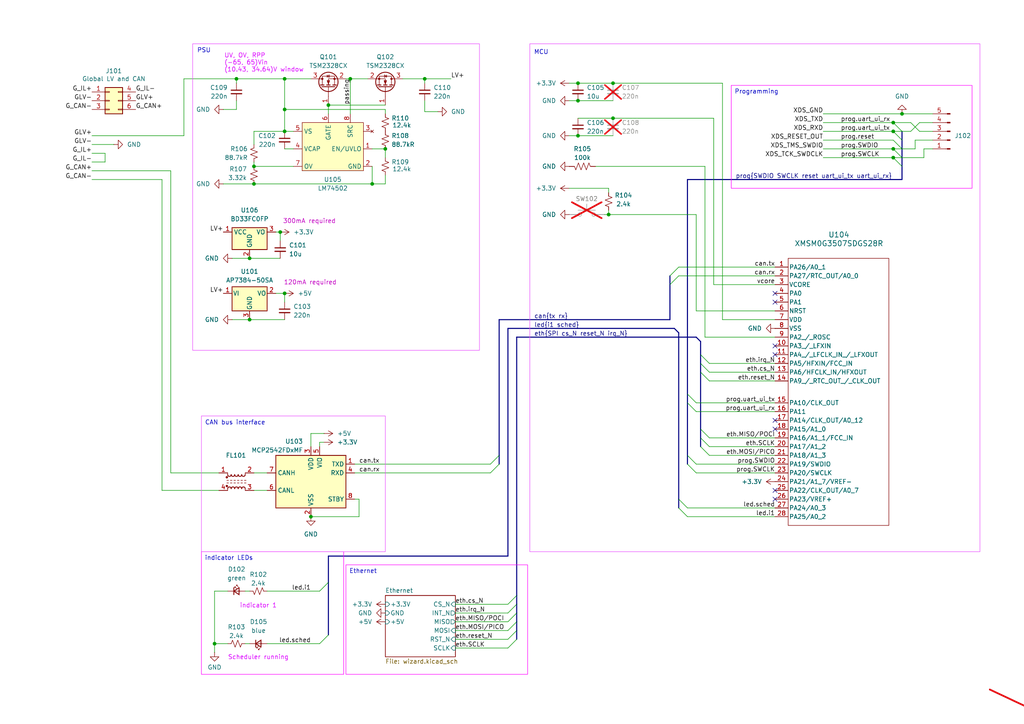
<source format=kicad_sch>
(kicad_sch (version 20250114) (generator "eeschema") (generator_version "9.0")
  (paper "A4")
  (title_block (title "BeeMS Master Board (A)") (date "2026-01-08") (rev "1.1") (company "UTA Racing") (comment 1 "Files at github.com/Gregification/BeeMS"))
  (bus_alias "SPI" (members "SCLK" "MISO/POCI" "MOSI/PICO"))
  (rectangle (start 58.42 120.65) (end 111.76 160.02) (stroke (width 0) (color 234 84 255 1)))
  (rectangle (start 153.67 12.7) (end 284.226 160.02) (stroke (width 0) (color 234 84 255 1)))
  (rectangle (start 55.88 12.7) (end 139.065 101.6) (stroke (width 0) (color 234 84 255 1)))
  (text "120mA required" (at 82.296 82.804 0) (effects (font (size 1.27 1.27)) (justify left bottom)))
  (text "indicator 1" (at 74.93 175.768 0) (effects (font (size 1.27 1.27))))
  (text "Scheduler running" (at 74.93 190.754 0) (effects (font (size 1.27 1.27))))
  (text "UV, OV, RPP\n(-65, 65)Vin\n(10.43, 34.64)V window" (at 65.024 18.288 0) (effects (font (size 1.27 1.27)) (justify left)))
  (text "PSU" (at 57.15 14.732 0) (effects (font (size 1.27 1.27)) (justify left)))
  (text "CAN bus interface" (at 59.436 122.682 0) (effects (font (size 1.27 1.27)) (justify left)))
  (text "300mA required" (at 82.042 65.024 0) (effects (font (size 1.27 1.27)) (justify left bottom)))
  (text "MCU" (at 156.972 15.24 0) (effects (font (size 1.27 1.27))))
  (text_box "indicator LEDs" (at 58.42 160.02 0) (size 41.275 35.56) (margins 0.9525 0.9525 0.9525 0.9525) (stroke (width 0) (color 255 0 255 1)) (effects (font (size 1.27 1.27)) (justify left top)))
  (text_box "Ethernet" (at 100.33 163.83 0) (size 52.705 31.75) (margins 0.9525 0.9525 0.9525 0.9525) (stroke (width 0) (color 255 0 255 1)) (effects (font (size 1.27 1.27)) (justify left top)))
  (text_box "Programming" (at 212.09 24.765 0) (size 69.85 29.845) (margins 0.9525 0.9525 0.9525 0.9525) (stroke (width 0) (color 255 0 255 1)) (effects (font (size 1.27 1.27)) (justify left top)))
  (junction (at 259.08 45.72))
  (junction (at 73.66 48.26))
  (junction (at 177.8 34.29))
  (junction (at 90.17 149.86))
  (junction (at 167.64 29.21))
  (junction (at 259.08 43.18))
  (junction (at 72.39 92.71))
  (junction (at 101.6 22.86))
  (junction (at 261.62 33.02))
  (junction (at 68.58 22.86))
  (junction (at 123.19 22.86))
  (junction (at 82.55 85.09))
  (junction (at 107.95 53.34))
  (junction (at 72.39 74.93))
  (junction (at 82.55 22.86))
  (junction (at 177.8 24.13))
  (junction (at 176.53 62.23))
  (junction (at 62.23 186.69))
  (junction (at 167.64 39.37))
  (junction (at 95.25 30.48))
  (junction (at 111.76 43.18))
  (junction (at 259.08 35.56))
  (junction (at 73.66 53.34))
  (junction (at 259.08 38.1))
  (junction (at 167.64 24.13))
  (junction (at 82.55 31.75))
  (junction (at 82.55 38.1))
  (junction (at 81.28 67.31))
  (no_connect (at 224.79 87.63))
  (no_connect (at 224.79 100.33))
  (no_connect (at 224.79 142.24))
  (no_connect (at 224.79 102.87))
  (no_connect (at 224.79 85.09))
  (no_connect (at 224.79 144.78))
  (no_connect (at 224.79 124.46))
  (no_connect (at 224.79 121.92))
  (bus_entry (at 144.78 134.62) (size -2.54 2.54))
  (bus_entry (at 203.2 129.54) (size 2.54 2.54))
  (bus_entry (at 196.85 144.78) (size 2.54 2.54))
  (bus_entry (at 149.86 180.34) (size -2.54 2.54))
  (bus_entry (at 203.2 107.95) (size 2.54 2.54))
  (bus_entry (at 203.2 102.87) (size 2.54 2.54))
  (bus_entry (at 199.39 134.62) (size 2.54 2.54))
  (bus_entry (at 199.39 114.3) (size 2.54 2.54))
  (bus_entry (at 194.31 82.55) (size 2.54 -2.54))
  (bus_entry (at 203.2 124.46) (size 2.54 2.54))
  (bus_entry (at 196.85 147.32) (size 2.54 2.54))
  (bus_entry (at 199.39 132.08) (size 2.54 2.54))
  (bus_entry (at 261.62 48.26) (size -2.54 -2.54))
  (bus_entry (at 95.25 168.91) (size -2.54 2.54))
  (bus_entry (at 144.78 132.08) (size -2.54 2.54))
  (bus_entry (at 261.62 38.1) (size -2.54 -2.54))
  (bus_entry (at 203.2 105.41) (size 2.54 2.54))
  (bus_entry (at 149.86 177.8) (size -2.54 2.54))
  (bus_entry (at 199.39 116.84) (size 2.54 2.54))
  (bus_entry (at 261.62 40.64) (size -2.54 -2.54))
  (bus_entry (at 149.86 172.72) (size -2.54 2.54))
  (bus_entry (at 149.86 175.26) (size -2.54 2.54))
  (bus_entry (at 149.86 185.42) (size -2.54 2.54))
  (bus_entry (at 261.62 45.72) (size -2.54 -2.54))
  (bus_entry (at 95.25 184.15) (size -2.54 2.54))
  (bus_entry (at 149.86 182.88) (size -2.54 2.54))
  (bus_entry (at 261.62 43.18) (size -2.54 -2.54))
  (bus_entry (at 203.2 127) (size 2.54 2.54))
  (bus_entry (at 194.31 80.01) (size 2.54 -2.54))
  (wire (pts (xy 53.34 22.86) (xy 68.58 22.86)))
  (wire (pts (xy 175.26 62.23) (xy 176.53 62.23)))
  (wire (pts (xy 267.97 45.72) (xy 267.97 43.18)))
  (wire (pts (xy 46.99 52.07) (xy 46.99 142.24)))
  (wire (pts (xy 132.08 185.42) (xy 147.32 185.42)))
  (wire (pts (xy 205.74 132.08) (xy 224.79 132.08)))
  (wire (pts (xy 270.51 38.1) (xy 266.7 38.1)))
  (wire (pts (xy 261.62 33.02) (xy 270.51 33.02)))
  (wire (pts (xy 67.31 74.93) (xy 72.39 74.93)))
  (bus (pts (xy 149.86 97.79) (xy 201.93 97.79)))
  (wire (pts (xy 67.31 92.71) (xy 72.39 92.71)))
  (wire (pts (xy 64.77 31.75) (xy 68.58 31.75)))
  (wire (pts (xy 201.93 90.17) (xy 224.79 90.17)))
  (wire (pts (xy 265.43 43.18) (xy 261.62 43.18)))
  (wire (pts (xy 205.74 107.95) (xy 224.79 107.95)))
  (bus (pts (xy 199.39 52.07) (xy 199.39 114.3)))
  (bus (pts (xy 95.25 161.29) (xy 95.25 168.91)))
  (bus (pts (xy 199.39 116.84) (xy 199.39 132.08)))
  (wire (pts (xy 238.76 45.72) (xy 259.08 45.72)))
  (wire (pts (xy 100.33 22.86) (xy 101.6 22.86)))
  (bus (pts (xy 261.62 48.26) (xy 261.62 52.07)))
  (wire (pts (xy 111.76 31.75) (xy 111.76 33.02)))
  (wire (pts (xy 127 32.385) (xy 123.19 32.385)))
  (bus (pts (xy 199.39 132.08) (xy 199.39 134.62)))
  (wire (pts (xy 82.55 38.1) (xy 85.09 38.1)))
  (wire (pts (xy 92.71 128.27) (xy 92.71 129.54)))
  (wire (pts (xy 201.93 137.16) (xy 224.79 137.16)))
  (wire (pts (xy 261.62 45.72) (xy 267.97 45.72)))
  (wire (pts (xy 238.76 35.56) (xy 259.08 35.56)))
  (wire (pts (xy 90.17 125.73) (xy 90.17 129.54)))
  (wire (pts (xy 177.8 34.29) (xy 207.01 34.29)))
  (wire (pts (xy 104.14 144.78) (xy 104.14 149.86)))
  (wire (pts (xy 199.39 149.86) (xy 224.79 149.86)))
  (wire (pts (xy 167.64 34.29) (xy 177.8 34.29)))
  (wire (pts (xy 205.74 127) (xy 224.79 127)))
  (wire (pts (xy 209.55 24.13) (xy 209.55 92.71)))
  (wire (pts (xy 73.66 48.26) (xy 85.09 48.26)))
  (bus (pts (xy 195.58 95.25) (xy 196.85 96.52)))
  (bus (pts (xy 144.78 134.62) (xy 144.78 132.08)))
  (wire (pts (xy 132.08 177.8) (xy 147.32 177.8)))
  (wire (pts (xy 261.62 43.18) (xy 259.08 43.18)))
  (wire (pts (xy 68.58 22.86) (xy 82.55 22.86)))
  (wire (pts (xy 82.55 85.09) (xy 80.01 85.09)))
  (wire (pts (xy 26.67 41.91) (xy 33.02 41.91)))
  (wire (pts (xy 82.55 31.75) (xy 82.55 38.1)))
  (wire (pts (xy 72.39 92.71) (xy 82.55 92.71)))
  (bus (pts (xy 95.25 161.29) (xy 147.32 161.29)))
  (wire (pts (xy 26.67 39.37) (xy 53.34 39.37)))
  (bus (pts (xy 261.62 43.18) (xy 261.62 45.72)))
  (wire (pts (xy 66.04 186.69) (xy 62.23 186.69)))
  (wire (pts (xy 90.17 149.86) (xy 104.14 149.86)))
  (wire (pts (xy 201.93 119.38) (xy 224.79 119.38)))
  (bus (pts (xy 199.39 114.3) (xy 199.39 116.84)))
  (wire (pts (xy 209.55 92.71) (xy 224.79 92.71)))
  (wire (pts (xy 95.25 30.48) (xy 111.76 30.48)))
  (wire (pts (xy 26.67 44.45) (xy 30.48 44.45)))
  (wire (pts (xy 26.67 46.99) (xy 30.48 46.99)))
  (wire (pts (xy 104.14 144.78) (xy 102.87 144.78)))
  (wire (pts (xy 116.84 22.86) (xy 123.19 22.86)))
  (wire (pts (xy 172.72 48.26) (xy 204.47 48.26)))
  (bus (pts (xy 261.62 38.1) (xy 261.62 40.64)))
  (wire (pts (xy 111.76 43.18) (xy 111.76 45.72)))
  (bus (pts (xy 203.2 107.95) (xy 203.2 124.46)))
  (wire (pts (xy 123.19 22.86) (xy 123.19 24.13)))
  (wire (pts (xy 205.74 105.41) (xy 224.79 105.41)))
  (wire (pts (xy 176.53 54.61) (xy 165.1 54.61)))
  (wire (pts (xy 73.66 38.1) (xy 73.66 41.91)))
  (wire (pts (xy 238.76 38.1) (xy 259.08 38.1)))
  (wire (pts (xy 204.47 97.79) (xy 224.79 97.79)))
  (bus (pts (xy 194.31 82.55) (xy 194.31 80.01)))
  (bus (pts (xy 203.2 102.87) (xy 203.2 105.41)))
  (wire (pts (xy 270.51 40.64) (xy 265.43 40.64)))
  (wire (pts (xy 111.76 50.8) (xy 111.76 53.34)))
  (wire (pts (xy 107.95 53.34) (xy 107.95 48.26)))
  (wire (pts (xy 132.08 187.96) (xy 147.32 187.96)))
  (wire (pts (xy 64.77 53.34) (xy 73.66 53.34)))
  (wire (pts (xy 167.64 29.21) (xy 177.8 29.21)))
  (wire (pts (xy 73.66 137.16) (xy 77.47 137.16)))
  (wire (pts (xy 107.95 53.34) (xy 111.76 53.34)))
  (wire (pts (xy 92.71 128.27) (xy 93.98 128.27)))
  (wire (pts (xy 73.66 38.1) (xy 82.55 38.1)))
  (wire (pts (xy 53.34 22.86) (xy 53.34 39.37)))
  (wire (pts (xy 72.39 74.93) (xy 81.28 74.93)))
  (wire (pts (xy 62.23 171.45) (xy 62.23 186.69)))
  (wire (pts (xy 205.74 110.49) (xy 224.79 110.49)))
  (wire (pts (xy 167.64 24.13) (xy 177.8 24.13)))
  (bus (pts (xy 194.31 92.71) (xy 194.31 82.55)))
  (wire (pts (xy 49.53 49.53) (xy 49.53 137.16)))
  (wire (pts (xy 71.12 171.45) (xy 72.39 171.45)))
  (wire (pts (xy 66.04 171.45) (xy 62.23 171.45)))
  (wire (pts (xy 101.6 22.86) (xy 106.68 22.86)))
  (wire (pts (xy 201.93 116.84) (xy 224.79 116.84)))
  (bus (pts (xy 149.86 97.79) (xy 149.86 172.72)))
  (wire (pts (xy 238.76 43.18) (xy 259.08 43.18)))
  (bus (pts (xy 147.32 161.29) (xy 147.32 95.25)))
  (bus (pts (xy 95.25 168.91) (xy 95.25 184.15)))
  (bus (pts (xy 149.86 182.88) (xy 149.86 185.42)))
  (wire (pts (xy 201.93 62.23) (xy 176.53 62.23)))
  (wire (pts (xy 165.1 29.21) (xy 167.64 29.21)))
  (bus (pts (xy 201.93 97.79) (xy 203.2 99.06)))
  (wire (pts (xy 93.98 125.73) (xy 90.17 125.73)))
  (wire (pts (xy 49.53 137.16) (xy 63.5 137.16)))
  (wire (pts (xy 204.47 48.26) (xy 204.47 97.79)))
  (wire (pts (xy 92.71 171.45) (xy 77.47 171.45)))
  (wire (pts (xy 132.08 182.88) (xy 147.32 182.88)))
  (wire (pts (xy 102.87 134.62) (xy 142.24 134.62)))
  (wire (pts (xy 238.76 33.02) (xy 261.62 33.02)))
  (wire (pts (xy 80.01 67.31) (xy 81.28 67.31)))
  (wire (pts (xy 72.39 186.69) (xy 71.12 186.69)))
  (wire (pts (xy 123.19 29.21) (xy 123.19 32.385)))
  (wire (pts (xy 259.08 35.56) (xy 264.16 35.56)))
  (wire (pts (xy 82.55 87.63) (xy 82.55 85.09)))
  (wire (pts (xy 102.87 137.16) (xy 142.24 137.16)))
  (bus (pts (xy 144.78 92.71) (xy 144.78 132.08)))
  (wire (pts (xy 95.25 30.48) (xy 95.25 33.02)))
  (wire (pts (xy 46.99 142.24) (xy 63.5 142.24)))
  (wire (pts (xy 165.1 24.13) (xy 167.64 24.13)))
  (wire (pts (xy 77.47 186.69) (xy 92.71 186.69)))
  (wire (pts (xy 30.48 46.99) (xy 30.48 44.45)))
  (wire (pts (xy 62.23 189.23) (xy 62.23 186.69)))
  (wire (pts (xy 176.53 60.96) (xy 176.53 62.23)))
  (wire (pts (xy 26.67 49.53) (xy 49.53 49.53)))
  (wire (pts (xy 82.55 22.86) (xy 90.17 22.86)))
  (wire (pts (xy 81.28 67.31) (xy 81.28 69.85)))
  (wire (pts (xy 101.6 22.86) (xy 101.6 33.02)))
  (wire (pts (xy 107.95 43.18) (xy 111.76 43.18)))
  (bus (pts (xy 199.39 52.07) (xy 261.62 52.07)))
  (wire (pts (xy 196.85 80.01) (xy 224.79 80.01)))
  (bus (pts (xy 203.2 127) (xy 203.2 129.54)))
  (wire (pts (xy 199.39 147.32) (xy 224.79 147.32)))
  (bus (pts (xy 149.86 175.26) (xy 149.86 172.72)))
  (wire (pts (xy 165.1 39.37) (xy 167.64 39.37)))
  (wire (pts (xy 207.01 82.55) (xy 207.01 34.29)))
  (wire (pts (xy 177.8 24.13) (xy 209.55 24.13)))
  (wire (pts (xy 82.55 43.18) (xy 85.09 43.18)))
  (wire (pts (xy 167.64 39.37) (xy 177.8 39.37)))
  (bus (pts (xy 261.62 40.64) (xy 261.62 43.18)))
  (wire (pts (xy 267.97 43.18) (xy 270.51 43.18)))
  (bus (pts (xy 149.86 177.8) (xy 149.86 175.26)))
  (wire (pts (xy 266.7 38.1) (xy 264.16 35.56)))
  (wire (pts (xy 196.85 77.47) (xy 224.79 77.47)))
  (wire (pts (xy 132.08 180.34) (xy 147.32 180.34)))
  (wire (pts (xy 261.62 38.1) (xy 264.16 38.1)))
  (bus (pts (xy 196.85 144.78) (xy 196.85 147.32)))
  (wire (pts (xy 82.55 22.86) (xy 82.55 31.75)))
  (bus (pts (xy 203.2 124.46) (xy 203.2 127)))
  (wire (pts (xy 26.67 52.07) (xy 46.99 52.07)))
  (wire (pts (xy 259.08 38.1) (xy 261.62 38.1)))
  (bus (pts (xy 144.78 92.71) (xy 194.31 92.71)))
  (wire (pts (xy 265.43 40.64) (xy 265.43 43.18)))
  (bus (pts (xy 203.2 105.41) (xy 203.2 107.95)))
  (wire (pts (xy 201.93 134.62) (xy 224.79 134.62)))
  (bus (pts (xy 149.86 182.88) (xy 149.86 180.34)))
  (wire (pts (xy 201.93 90.17) (xy 201.93 62.23)))
  (wire (pts (xy 73.66 53.34) (xy 107.95 53.34)))
  (wire (pts (xy 73.66 142.24) (xy 77.47 142.24)))
  (wire (pts (xy 123.19 22.86) (xy 130.81 22.86)))
  (wire (pts (xy 205.74 129.54) (xy 224.79 129.54)))
  (wire (pts (xy 264.16 38.1) (xy 266.7 35.56)))
  (wire (pts (xy 73.66 46.99) (xy 73.66 48.26)))
  (wire (pts (xy 259.08 45.72) (xy 261.62 45.72)))
  (wire (pts (xy 132.08 175.26) (xy 147.32 175.26)))
  (wire (pts (xy 238.76 40.64) (xy 259.08 40.64)))
  (bus (pts (xy 203.2 99.06) (xy 203.2 102.87)))
  (wire (pts (xy 176.53 55.88) (xy 176.53 54.61)))
  (wire (pts (xy 207.01 82.55) (xy 224.79 82.55)))
  (wire (pts (xy 266.7 35.56) (xy 270.51 35.56)))
  (bus (pts (xy 196.85 96.52) (xy 196.85 144.78)))
  (wire (pts (xy 68.58 29.21) (xy 68.58 31.75)))
  (bus (pts (xy 149.86 180.34) (xy 149.86 177.8)))
  (wire (pts (xy 82.55 31.75) (xy 111.76 31.75)))
  (bus (pts (xy 261.62 45.72) (xy 261.62 48.26)))
  (bus (pts (xy 147.32 95.25) (xy 195.58 95.25)))
  (wire (pts (xy 68.58 22.86) (xy 68.58 24.13)))
  (label "LV+" (at 64.77 85.09 180))
  (label "LV+" (at 64.77 67.31 180))
  (label "prog.SWCLK" (at 243.84 45.72 0))
  (label "GLV+" (at 26.67 39.37 180))
  (label "can.rx" (at 104.14 137.16 0))
  (label "prog.SWCLK" (at 224.79 137.16 180))
  (label "eth{SPI cs_N reset_N irq_N}" (at 154.94 97.79 0))
  (label "G_IL-" (at 39.37 26.67 0))
  (label "G_CAN-" (at 26.67 52.07 180))
  (label "G_IL-" (at 26.67 46.99 180))
  (label "XDS_TXD" (at 238.76 35.56 180))
  (label "eth.reset_N" (at 224.79 110.49 180))
  (label "can.tx" (at 224.79 77.47 180))
  (label "G_CAN+" (at 26.67 49.53 180))
  (label "eth.MISO{slash}POCI" (at 224.79 127 180))
  (label "XDS_GND" (at 238.76 33.02 180))
  (label "eth.SCLK" (at 224.79 129.54 180))
  (label "eth.cs_N" (at 132.08 175.26 0))
  (label "eth.irq_N" (at 132.08 177.8 0))
  (label "prog.SWDIO" (at 224.79 134.62 180))
  (label "G_CAN-" (at 26.67 31.75 180))
  (label "can.tx" (at 104.14 134.62 0))
  (label "eth.MISO{slash}POCI" (at 132.08 180.34 0))
  (label "eth.MOSI{slash}PICO" (at 132.08 182.88 0))
  (label "vcore" (at 224.79 82.55 180))
  (label "passing" (at 101.6 22.86 270))
  (label "prog.uart_ui_tx" (at 243.84 38.1 0))
  (label "eth.cs_N" (at 224.79 107.95 180))
  (label "prog.reset" (at 243.84 40.64 0))
  (label "GLV-" (at 26.67 29.21 180))
  (label "led.i1" (at 90.17 171.45 180))
  (label "led.i1" (at 224.79 149.86 180))
  (label "prog.uart_ui_rx" (at 224.79 119.38 180))
  (label "led{i1 sched}" (at 154.94 95.25 0))
  (label "prog.uart_ui_rx" (at 243.84 35.56 0))
  (label "G_IL+" (at 26.67 44.45 180))
  (label "GLV-" (at 26.67 41.91 180))
  (label "XDS_RESET_OUT" (at 238.76 40.64 180))
  (label "G_CAN+" (at 39.37 31.75 0))
  (label "XDS_RXD" (at 238.76 38.1 180))
  (label "GLV+" (at 39.37 29.21 0))
  (label "G_IL+" (at 26.67 26.67 180))
  (label "XDS_TCK_SWDCLK" (at 238.76 45.72 180))
  (label "prog.uart_ui_tx" (at 224.79 116.84 180))
  (label "led.sched" (at 224.79 147.32 180))
  (label "prog.SWDIO" (at 243.84 43.18 0))
  (label "XDS_TMS_SWDIO" (at 238.76 43.18 180))
  (label "can{tx rx}" (at 154.94 92.71 0))
  (label "eth.SCLK" (at 132.08 187.96 0))
  (label "eth.irq_N" (at 224.79 105.41 180))
  (label "led.sched" (at 90.17 186.69 180))
  (label "can.rx" (at 224.79 80.01 180))
  (label "LV+" (at 130.81 22.86 0))
  (label "eth.MOSI{slash}PICO" (at 224.79 132.08 180))
  (label "eth.reset_N" (at 132.08 185.42 0))
  (label "prog{SWDIO SWCLK reset uart_ui_tx uart_ui_rx}" (at 213.36 52.07 0))
  (symbol (lib_id "Device:C_Small") (at 177.8 36.83 0) (unit 1) (in_bom no) (on_board no) (dnp yes)
    (property "Reference" "C108" (at 180.34 35.5662 0) (effects (justify left)))
    (property "Value" "220n" (at 180.34 38.1062 0) (effects (justify left)))
    (property "Footprint" "Capacitor_SMD:C_0805_2012Metric_Pad1.18x1.45mm_HandSolder" (effects (hide yes)))
    (property "Datasheet" "https://www.mouser.com/ProductDetail/Samsung-Electro-Mechanics/CL31B224KBFNNNF?qs=sGAEpiMZZMsh%252B1woXyUXj7iNKXiFkBmw7C%252BUlKpuDJ8%3D" (effects (hide yes)))
    (property "mouser" "https://www.mouser.com/ProductDetail/Samsung-Electro-Mechanics/CL21B224KCFSFNE?qs=664zcAxDQ0l4Y1eUk6Zc1g%3D%3D" (effects (hide yes)))
    (property "specs" "100VDC, X7R, 10%, -55C, +125C, 220nF" (effects (hide yes)))
    (property "unit x10" "0.054" (effects (hide yes)))
    (property "unit x1" "0.054" (effects (hide yes)))
  )
  (symbol (lib_id "power:+3.3V") (at 111.76 175.26 90) (unit 1)
    (property "Reference" "#PWR0106" (effects (hide yes)))
    (property "Value" "+3.3V" (at 107.95 175.2599 90) (effects (justify left)))
    (property "Description" "Power symbol creates a global label with name \"+3.3V\"" (effects (hide yes)))
  )
  (symbol (lib_id "power:GND") (at 90.17 149.86 0) (mirror y) (unit 1)
    (property "Reference" "#PWR0109" (effects (hide yes)))
    (property "Value" "GND" (at 90.17 154.94 0))
    (property "Description" "Power symbol creates a global label with name \"GND\" , ground" (effects (hide yes)))
  )
  (symbol (lib_id "Regulator_Linear:AP7384-50SA") (at 72.39 85.09 0) (unit 1)
    (property "Reference" "U101" (at 72.39 78.74 0))
    (property "Value" "AP7384-50SA" (at 72.39 81.28 0))
    (property "Footprint" "Package_TO_SOT_SMD:SOT-23-3" (effects (hide yes)))
    (property "Datasheet" "https://www.diodes.com/assets/Datasheets/AP7384.pdf" (effects (hide yes)))
    (property "Description" "500mA Low Dropout Voltage Regulator, Fixed Output 5V, Wide Input Voltage Range 40V, SOT-23" (effects (hide yes)))
    (property "mouser" "https://www.mouser.com/ProductDetail/Diodes-Incorporated/AP7375-50SA-7?qs=t7xnP681wgX8yYKy1Pe5iA%3D%3D" (effects (hide yes)))
    (property "unit x1" "0.25" (effects (hide yes)))
    (property "unit x10" "0.174" (effects (hide yes)))
    (property "unit x25" "0.154" (effects (hide yes)))
  )
  (symbol (lib_id "Connector:Conn_01x05_Pin") (at 275.59 38.1 180) (unit 1)
    (property "Reference" "J102" (at 276.86 39.3701 0) (effects (justify right)))
    (property "Value" "Conn_01x05_Pin" (effects (hide yes)))
    (property "Footprint" "Connector_PinHeader_2.54mm:PinHeader_1x05_P2.54mm_Vertical" (effects (hide yes)))
    (property "Description" "Generic connector, single row, 01x05, script generated" (effects (hide yes)))
  )
  (symbol (lib_id "Interface_CAN_LIN:MCP2542FDxMF") (at 90.17 139.7 0) (mirror y) (unit 1)
    (property "Reference" "U103" (at 87.884 128.016 0) (effects (justify left)))
    (property "Value" "MCP2542FDxMF" (at 87.884 130.556 0) (effects (justify left)))
    (property "Footprint" "Package_SO:SOIC-8_3.9x4.9mm_P1.27mm" (effects (hide yes)))
    (property "Datasheet" "http://ww1.microchip.com/downloads/en/DeviceDoc/MCP2542FD-4FD-MCP2542WFD-4WFD-Data-Sheet20005514B.pdf" (effects (hide yes)))
    (property "Description" "CAN-FD Transceiver, Wake-Up on CAN activity, 8Mbps, 5V supply, STBY pin, 3x3 DFN-8" (effects (hide yes)))
    (property "mouser" "https://www.mouser.com/ProductDetail/579-MCP2542FD-E-SN" (effects (hide yes)))
    (property "unit x10" "0.86" (effects (hide yes)))
  )
  (symbol (lib_id "power:GND") (at 64.77 31.75 270) (unit 1)
    (property "Reference" "#PWR0123" (effects (hide yes)))
    (property "Value" "GND" (at 60.96 31.7499 90) (effects (justify right)))
    (property "Description" "Power symbol creates a global label with name \"GND\" , ground" (effects (hide yes)))
  )
  (symbol (lib_id "power:+5V") (at 93.98 125.73 270) (mirror x) (unit 1)
    (property "Reference" "#PWR0110" (effects (hide yes)))
    (property "Value" "+5V" (at 97.79 125.7299 90) (effects (justify left)))
    (property "Description" "Power symbol creates a global label with name \"+5V\"" (effects (hide yes)))
  )
  (symbol (lib_id "Transistor_FET:Q_NMOS_GSD") (at 111.76 25.4 270) (mirror x) (unit 1)
    (property "Reference" "Q102" (at 111.76 16.51 90))
    (property "Value" "TSM2328CX" (at 111.76 19.05 90))
    (property "Footprint" "Package_TO_SOT_SMD:SOT-23-3" (effects (hide yes)))
    (property "Description" "N-MOSFET transistor, gate/source/drain" (effects (hide yes)))
    (property "mouser" "https://www.mouser.com/ProductDetail/Taiwan-Semiconductor/TSM2328CX-RFG?qs=5aG0NVq1C4wI2SOZtSA3NA%3D%3D" (effects (hide yes)))
    (property "unit x10" "0.432" (effects (hide yes)))
    (property "unit x1" "0.66" (effects (hide yes)))
    (property "unit x100" "0.345" (effects (hide yes)))
    (property "specs" "100Vds, +-20Vgs, 250mR, 1Vt, 1.5Acont, 1.38W" (effects (hide yes)))
  )
  (symbol (lib_id "Device:R_Small_US") (at 68.58 186.69 270) (unit 1)
    (property "Reference" "R103" (at 68.58 181.864 90))
    (property "Value" "2.4k" (at 68.58 184.404 90))
    (property "Footprint" "Resistor_SMD:R_0805_2012Metric_Pad1.20x1.40mm_HandSolder" (effects (hide yes)))
    (property "Description" "Resistor, small US symbol" (effects (hide yes)))
    (property "mouser" "https://www.mouser.com/ProductDetail/Panasonic/ERJ-P06J242V?qs=sGAEpiMZZMvdGkrng054t8AJgcdMkx7xOLqVcooAW3k%3D" (effects (hide yes)))
    (property "unit x10" "0.039" (effects (hide yes)))
    (property "unit x1" "0.12" (effects (hide yes)))
    (property "specs " "500mW, 5%, 200ppm, 400V, -55C, +155C, anti-surge, TF" (effects (hide yes)))
  )
  (symbol (lib_id "Switch:SW_Push") (at 170.18 62.23 0) (mirror y) (unit 1) (in_bom no) (on_board no) (dnp yes)
    (property "Reference" "SW102" (at 170.18 57.658 0))
    (property "Value" "SW_Push" (effects (hide yes)))
    (property "Footprint" "Button_Switch_SMD:SW_SPST_PTS645" (effects (hide yes)))
    (property "Datasheet" "https://www.mouser.com/ProductDetail/Soldered/101111?qs=%252BXxaIXUDbq05T1Vr5nLouw%3D%3D" (effects (hide yes)))
    (property "Description" "Push button switch, generic, two pins" (effects (hide yes)))
    (property "mouser" "https://www.mouser.com/ProductDetail/CK/KSC251J-SP-DELTA-LFS?qs=sGAEpiMZZMtFyPk3yBMYYFTocizRX9VpYSHB0QfEbpY%3D" (effects (hide yes)))
    (property "unit x10" "0.532" (effects (hide yes)))
  )
  (symbol (lib_id "Device:C_Small") (at 123.19 26.67 0) (unit 1)
    (property "Reference" "C110" (at 125.73 25.4062 0) (effects (justify left)))
    (property "Value" "220n" (at 125.73 27.9462 0) (effects (justify left)))
    (property "Footprint" "Capacitor_SMD:C_0805_2012Metric_Pad1.18x1.45mm_HandSolder" (effects (hide yes)))
    (property "Datasheet" "https://www.mouser.com/ProductDetail/Samsung-Electro-Mechanics/CL31B224KBFNNNF?qs=sGAEpiMZZMsh%252B1woXyUXj7iNKXiFkBmw7C%252BUlKpuDJ8%3D" (effects (hide yes)))
    (property "mouser" "https://www.mouser.com/ProductDetail/Samsung-Electro-Mechanics/CL21B224KCFSFNE?qs=664zcAxDQ0l4Y1eUk6Zc1g%3D%3D" (effects (hide yes)))
    (property "specs" "100VDC, X7R, 10%, -55C, +125C, 220nF" (effects (hide yes)))
    (property "unit x10" "0.054" (effects (hide yes)))
    (property "unit x1" "0.054" (effects (hide yes)))
  )
  (symbol (lib_id "Device:R_Small_US") (at 176.53 58.42 180) (unit 1)
    (property "Reference" "R104" (at 180.848 56.642 0))
    (property "Value" "2.4k" (at 180.848 59.182 0))
    (property "Footprint" "Resistor_SMD:R_0805_2012Metric_Pad1.20x1.40mm_HandSolder" (effects (hide yes)))
    (property "Description" "Resistor, small US symbol" (effects (hide yes)))
    (property "mouser" "https://www.mouser.com/ProductDetail/Panasonic/ERJ-P06J242V?qs=sGAEpiMZZMvdGkrng054t8AJgcdMkx7xOLqVcooAW3k%3D" (effects (hide yes)))
    (property "unit x10" "0.039" (effects (hide yes)))
    (property "unit x1" "0.12" (effects (hide yes)))
    (property "specs " "500mW, 5%, 200ppm, 400V, -55C, +155C, anti-surge, TF" (effects (hide yes)))
  )
  (symbol (lib_id "Device:R_Small_US") (at 111.76 48.26 180) (unit 1)
    (property "Reference" "R109" (at 113.538 46.99 0) (effects (justify right)))
    (property "Value" "12.4k" (at 113.792 49.022 0) (effects (justify right)))
    (property "Footprint" "Resistor_SMD:R_0805_2012Metric_Pad1.20x1.40mm_HandSolder" (effects (hide yes)))
    (property "Description" "Resistor, US symbol" (effects (hide yes)))
    (property "mouser" "https://www.mouser.com/ProductDetail/Susumu/RR1220P-1242-D-M?qs=sGAEpiMZZMvdGkrng054t0uOsFOTJMhbkKY3D7%2FGR%2FA%3D" (effects (hide yes)))
    (property "specs" "12.4k ohm, 0.5%, 100mW, 100V, 25ppm, -55C, +125C" (effects (hide yes)))
    (property "unit x10" "0.028" (effects (hide yes)))
    (property "unit x1" "0.1" (effects (hide yes)))
  )
  (symbol (lib_id "Device:LED_Small") (at 74.93 186.69 0) (mirror x) (unit 1)
    (property "Reference" "D105" (at 74.9935 180.34 0))
    (property "Value" "blue" (at 74.9935 182.88 0))
    (property "Footprint" "LED_SMD:LED_0805_2012Metric_Pad1.15x1.40mm_HandSolder" (effects (hide yes)))
    (property "Description" "Light emitting diode, small symbol" (effects (hide yes)))
    (property "specs" "5mA, 90mW, 2.6Vf, 5Vr, 470nm, 40mcd" (effects (hide yes)))
    (property "mouser" "https://www.mouser.com/ProductDetail/Inolux/IN-S85CS5B?qs=stqOd1AaK79rJ2RZKPoGSg%3D%3D" (effects (hide yes)))
    (property "unit x10" "0.15" (effects (hide yes)))
    (property "unit x1" "0.22" (effects (hide yes)))
  )
  (symbol (lib_id "zzLocalLibrary:XMSM0G3507SDGS28R") (at 242.57 113.03 0) (unit 1)
    (property "Reference" "U104" (at 243.332 68.072 0) (effects (font (size 1.524 1.524))))
    (property "Value" "XMSM0G3507SDGS28R" (at 243.332 70.612 0) (effects (font (size 1.524 1.524))))
    (property "Footprint" "zzLocalLibraries-Footprints:VSSOP28_DGS_TEX-M" (effects (hide yes)))
    (property "Datasheet" "https://www.ti.com/lit/gpn/mspm0g3507" (effects (hide yes)))
    (property "Description" "theres like 5 variants with 1 letter different, make sure it fits!" (effects (hide yes)))
    (property "mouser" "https://www.mouser.com/ProductDetail/Texas-Instruments/MSPM0G3507SDGS28R?qs=sGAEpiMZZMuI9neUTtPr757IDD%2FwidVOASL%252BOMa3IXXc2xnWhy0sWg%3D%3D" (effects (hide yes)))
    (property "unit x10" "02.14" (effects (hide yes)))
    (property "unit x1" "3.25" (effects (hide yes)))
  )
  (symbol (lib_id "power:GND") (at 111.76 177.8 270) (mirror x) (unit 1)
    (property "Reference" "#PWR0107" (effects (hide yes)))
    (property "Value" "GND" (at 107.95 177.7999 90) (effects (justify right)))
    (property "Description" "Power symbol creates a global label with name \"GND\" , ground" (effects (hide yes)))
  )
  (symbol (lib_id "Device:C_Small") (at 167.64 36.83 0) (unit 1)
    (property "Reference" "C106" (at 170.18 35.5662 0) (effects (justify left)))
    (property "Value" "220n" (at 170.18 38.1062 0) (effects (justify left)))
    (property "Footprint" "Capacitor_SMD:C_0805_2012Metric_Pad1.18x1.45mm_HandSolder" (effects (hide yes)))
    (property "Datasheet" "https://www.mouser.com/ProductDetail/Samsung-Electro-Mechanics/CL31B224KBFNNNF?qs=sGAEpiMZZMsh%252B1woXyUXj7iNKXiFkBmw7C%252BUlKpuDJ8%3D" (effects (hide yes)))
    (property "mouser" "https://www.mouser.com/ProductDetail/Samsung-Electro-Mechanics/CL21B224KCFSFNE?qs=664zcAxDQ0l4Y1eUk6Zc1g%3D%3D" (effects (hide yes)))
    (property "specs" "100VDC, X7R, 10%, -55C, +125C, 220nF" (effects (hide yes)))
    (property "unit x10" "0.054" (effects (hide yes)))
    (property "unit x1" "0.054" (effects (hide yes)))
  )
  (symbol (lib_id "power:GND") (at 33.02 41.91 90) (unit 1)
    (property "Reference" "#PWR0101" (effects (hide yes)))
    (property "Value" "GND" (at 36.83 41.9099 90) (effects (justify right)))
    (property "Description" "Power symbol creates a global label with name \"GND\" , ground" (effects (hide yes)))
  )
  (symbol (lib_id "Device:R_Small_US") (at 74.93 171.45 90) (mirror x) (unit 1)
    (property "Reference" "R102" (at 74.93 166.624 90))
    (property "Value" "2.4k" (at 74.93 169.164 90))
    (property "Footprint" "Resistor_SMD:R_0805_2012Metric_Pad1.20x1.40mm_HandSolder" (effects (hide yes)))
    (property "Description" "Resistor, small US symbol" (effects (hide yes)))
    (property "mouser" "https://www.mouser.com/ProductDetail/Panasonic/ERJ-P06J242V?qs=sGAEpiMZZMvdGkrng054t8AJgcdMkx7xOLqVcooAW3k%3D" (effects (hide yes)))
    (property "unit x10" "0.039" (effects (hide yes)))
    (property "unit x1" "0.12" (effects (hide yes)))
    (property "specs " "500mW, 5%, 200ppm, 400V, -55C, +155C, anti-surge, TF" (effects (hide yes)))
  )
  (symbol (lib_id "Device:C_Small") (at 68.58 26.67 0) (mirror y) (unit 1)
    (property "Reference" "C109" (at 66.04 25.4062 0) (effects (justify left)))
    (property "Value" "220n" (at 66.04 27.9462 0) (effects (justify left)))
    (property "Footprint" "Capacitor_SMD:C_0805_2012Metric_Pad1.18x1.45mm_HandSolder" (effects (hide yes)))
    (property "Datasheet" "https://www.mouser.com/ProductDetail/Samsung-Electro-Mechanics/CL31B224KBFNNNF?qs=sGAEpiMZZMsh%252B1woXyUXj7iNKXiFkBmw7C%252BUlKpuDJ8%3D" (effects (hide yes)))
    (property "mouser" "https://www.mouser.com/ProductDetail/Samsung-Electro-Mechanics/CL21B224KCFSFNE?qs=664zcAxDQ0l4Y1eUk6Zc1g%3D%3D" (effects (hide yes)))
    (property "specs" "100VDC, X7R, 10%, -55C, +125C, 220nF" (effects (hide yes)))
    (property "unit x10" "0.054" (effects (hide yes)))
    (property "unit x1" "0.054" (effects (hide yes)))
  )
  (symbol (lib_id "Device:R_Small_US") (at 73.66 50.8 180) (unit 1)
    (property "Reference" "R107" (at 71.628 49.022 0) (effects (justify left)))
    (property "Value" "3.32k" (at 71.628 51.562 0) (effects (justify left)))
    (property "Footprint" "Resistor_SMD:R_0805_2012Metric_Pad1.20x1.40mm_HandSolder" (effects (hide yes)))
    (property "Description" "Resistor, US symbol" (effects (hide yes)))
    (property "mouser" "https://www.mouser.com/ProductDetail/Walsin/WR08X3321FTL?qs=sGAEpiMZZMvdGkrng054twKDKoBh%252BscnhzVUopLjNIsmzZlnTa4U1w%3D%3D" (effects (hide yes)))
    (property "specs" "3.32kOhm, 1%, 150V, 125mW, 100ppm, -55C, 155C" (effects (hide yes)))
    (property "unit x1" "0.10" (effects (hide yes)))
    (property "unit x10" "0.019" (effects (hide yes)))
  )
  (symbol (lib_id "Device:C_Small") (at 81.28 72.39 0) (unit 1)
    (property "Reference" "C101" (at 83.82 71.1262 0) (effects (justify left)))
    (property "Value" "10u" (at 83.82 73.6662 0) (effects (justify left)))
    (property "Footprint" "Capacitor_SMD:C_1206_3216Metric_Pad1.33x1.80mm_HandSolder" (effects (hide yes)))
    (property "mouser" "https://www.mouser.com/ProductDetail/Samsung-Electro-Mechanics/CL31A106KBHNNNE?qs=sGAEpiMZZMsh%252B1woXyUXjxqcB7t9naYpzWmpMbMJIKQ%3D" (effects (hide yes)))
    (property "specs" "10uF, 50VDC, X5R, 10%, -55C, +85C" (effects (hide yes)))
    (property "unit x10" "0.07" (effects (hide yes)))
  )
  (symbol (lib_id "Filter:Choke_CommonMode_FerriteCore_1243") (at 68.58 139.7 0) (unit 1)
    (property "Reference" "FL101" (at 68.453 132.08 0))
    (property "Value" "Choke_CommonMode_FerriteCore_1243" (effects (hide yes)))
    (property "Footprint" "Inductor_SMD:L_CommonModeChoke_Coilcraft_1812CAN" (effects (hide yes)))
    (property "Description" "EMI 2-inductor common mode filter" (effects (hide yes)))
    (property "mouser" "https://www.mouser.com/ProductDetail/Coilcraft/1812CAN-104NRC?qs=sGAEpiMZZMtyFaoUegSfpui3aeWT%2FEDwS0laKeGaDcu5YilxPzj2MQ%3D%3D" (effects (hide yes)))
    (property "unit x1" "2.27" (effects (hide yes)))
    (property "unit x10" "2.07" (effects (hide yes)))
    (property "stats" "CAN, 100uH, 260mAdc, 800mRdc, 30%" (effects (hide yes)))
  )
  (symbol (lib_id "power:GND") (at 67.31 92.71 270) (unit 1)
    (property "Reference" "#PWR0108" (effects (hide yes)))
    (property "Value" "GND" (at 63.5 92.7099 90) (effects (justify right)))
    (property "Description" "Power symbol creates a global label with name \"GND\" , ground" (effects (hide yes)))
  )
  (symbol (lib_id "power:GND") (at 224.79 95.25 270) (unit 1)
    (property "Reference" "#PWR0120" (effects (hide yes)))
    (property "Value" "GND" (at 220.98 95.2499 90) (effects (justify right)))
    (property "Description" "Power symbol creates a global label with name \"GND\" , ground" (effects (hide yes)))
  )
  (symbol (lib_id "Device:R_Small_US") (at 73.66 44.45 0) (mirror x) (unit 1)
    (property "Reference" "R106" (at 71.882 43.18 0) (effects (justify right)))
    (property "Value" "88.7kR" (at 71.882 45.72 0) (effects (justify right)))
    (property "Footprint" "Resistor_SMD:R_0805_2012Metric_Pad1.20x1.40mm_HandSolder" (effects (hide yes)))
    (property "Description" "Resistor, US symbol" (effects (hide yes)))
    (property "mouser" "https://www.mouser.com/ProductDetail/YAGEO/AC0805FR-0788K7L?qs=sGAEpiMZZMvdGkrng054txZnKwhPFOhAEd4B%2FsmRVts%3D" (effects (hide yes)))
    (property "specs" "88.7kR, 125mW, 150V, 100ppm, 1%, -55C, +155C" (effects (hide yes)))
    (property "unit x10" "0.011" (effects (hide yes)))
    (property "unit x1" "0.01" (effects (hide yes)))
  )
  (symbol (lib_id "Device:C_Small") (at 177.8 26.67 0) (unit 1) (in_bom no) (on_board no) (dnp yes)
    (property "Reference" "C107" (at 180.34 25.4062 0) (effects (justify left)))
    (property "Value" "220n" (at 180.34 27.9462 0) (effects (justify left)))
    (property "Footprint" "Capacitor_SMD:C_0805_2012Metric_Pad1.18x1.45mm_HandSolder" (effects (hide yes)))
    (property "Datasheet" "https://www.mouser.com/ProductDetail/Samsung-Electro-Mechanics/CL31B224KBFNNNF?qs=sGAEpiMZZMsh%252B1woXyUXj7iNKXiFkBmw7C%252BUlKpuDJ8%3D" (effects (hide yes)))
    (property "mouser" "https://www.mouser.com/ProductDetail/Samsung-Electro-Mechanics/CL21B224KCFSFNE?qs=664zcAxDQ0l4Y1eUk6Zc1g%3D%3D" (effects (hide yes)))
    (property "specs" "100VDC, X7R, 10%, -55C, +125C, 220nF" (effects (hide yes)))
    (property "unit x10" "0.054" (effects (hide yes)))
    (property "unit x1" "0.054" (effects (hide yes)))
  )
  (symbol (lib_id "Device:C_Small") (at 167.64 26.67 0) (unit 1)
    (property "Reference" "C105" (at 170.18 25.4062 0) (effects (justify left)))
    (property "Value" "10u" (at 170.18 27.9462 0) (effects (justify left)))
    (property "Footprint" "Capacitor_SMD:C_1206_3216Metric_Pad1.33x1.80mm_HandSolder" (effects (hide yes)))
    (property "mouser" "https://www.mouser.com/ProductDetail/Samsung-Electro-Mechanics/CL31A106KBHNNNE?qs=sGAEpiMZZMsh%252B1woXyUXjxqcB7t9naYpzWmpMbMJIKQ%3D" (effects (hide yes)))
    (property "specs" "10uF, 50VDC, X5R, 10%, -55C, +85C" (effects (hide yes)))
    (property "unit x10" "0.07" (effects (hide yes)))
  )
  (symbol (lib_id "power:+5V") (at 111.76 180.34 90) (unit 1)
    (property "Reference" "#PWR0122" (effects (hide yes)))
    (property "Value" "+5V" (at 107.95 180.3399 90) (effects (justify left)))
    (property "Description" "Power symbol creates a global label with name \"+5V\"" (effects (hide yes)))
  )
  (symbol (lib_id "zzLocalLibrary:LM74502") (at 96.52 43.18 0) (unit 1)
    (property "Reference" "U105" (at 96.52 52.07 0))
    (property "Value" "LM74502" (at 96.52 54.61 0))
    (property "Footprint" "Package_TO_SOT_SMD:SOT-23-8_Handsoldering" (effects (hide yes)))
    (property "Datasheet" "https://www.ti.com/lit/ds/symlink/lm74502h.pdf" (effects (hide yes)))
    (property "Description" "Low IQ High Side Switch Controller with Reverse Polarity and Overvoltage Protection" (effects (hide yes)))
    (property "mouser" "https://www.mouser.com/ProductDetail/Texas-Instruments/LM74502QDDFRQ1?qs=t7xnP681wgUL5Js0bhGeCA%3D%3D" (effects (hide yes)))
    (property "unit x1" "2.04" (effects (hide yes)))
    (property "unirt x10" "1.51" (effects (hide yes)))
  )
  (symbol (lib_id "power:GND") (at 165.1 48.26 270) (unit 1)
    (property "Reference" "#PWR0117" (effects (hide yes)))
    (property "Value" "GND" (at 161.29 48.2599 90) (effects (justify right)))
    (property "Description" "Power symbol creates a global label with name \"GND\" , ground" (effects (hide yes)))
  )
  (symbol (lib_id "power:GND") (at 165.1 62.23 270) (unit 1)
    (property "Reference" "#PWR0119" (effects (hide yes)))
    (property "Value" "GND" (at 161.29 62.2299 90) (effects (justify right)))
    (property "Description" "Power symbol creates a global label with name \"GND\" , ground" (effects (hide yes)))
  )
  (symbol (lib_id "power:+3.3V") (at 165.1 24.13 90) (unit 1)
    (property "Reference" "#PWR0114" (effects (hide yes)))
    (property "Value" "+3.3V" (at 161.29 24.1299 90) (effects (justify left)))
    (property "Description" "Power symbol creates a global label with name \"+3.3V\"" (effects (hide yes)))
  )
  (symbol (lib_id "power:+3.3V") (at 224.79 139.7 90) (unit 1)
    (property "Reference" "#PWR0104" (effects (hide yes)))
    (property "Value" "+3.3V" (at 220.98 139.6999 90) (effects (justify left)))
    (property "Description" "Power symbol creates a global label with name \"+3.3V\"" (effects (hide yes)))
  )
  (symbol (lib_id "power:GND") (at 67.31 74.93 270) (unit 1)
    (property "Reference" "#PWR0125" (effects (hide yes)))
    (property "Value" "GND" (at 63.5 74.9299 90) (effects (justify right)))
    (property "Description" "Power symbol creates a global label with name \"GND\" , ground" (effects (hide yes)))
  )
  (symbol (lib_id "power:GND") (at 64.77 53.34 270) (unit 1)
    (property "Reference" "#PWR0105" (effects (hide yes)))
    (property "Value" "GND" (at 60.96 53.3399 90) (effects (justify right)))
    (property "Description" "Power symbol creates a global label with name \"GND\" , ground" (effects (hide yes)))
  )
  (symbol (lib_id "power:+5V") (at 82.55 85.09 270) (unit 1)
    (property "Reference" "#PWR0112" (effects (hide yes)))
    (property "Value" "+5V" (at 86.36 85.0899 90) (effects (justify left)))
    (property "Description" "Power symbol creates a global label with name \"+5V\"" (effects (hide yes)))
  )
  (symbol (lib_id "Regulator_Linear:BD33FC0FP") (at 72.39 67.31 0) (unit 1)
    (property "Reference" "U106" (at 72.39 60.96 0))
    (property "Value" "BD33FC0FP" (at 72.39 63.5 0))
    (property "Footprint" "Package_TO_SOT_SMD:TO-252-2" (effects (hide yes)))
    (property "Datasheet" "https://fscdn.rohm.com/en/products/databook/datasheet/ic/power/linear_regulator/bdxxfc0wefj-e.pdf" (effects (hide yes)))
    (property "Description" "1A, 3.3V LDO regulator with OVP & TSP, without enable, TO-252" (effects (hide yes)))
    (property "mouser" "https://www.mouser.com/ProductDetail/ROHM-Semiconductor/BD733L5FP-CE2?qs=9Cg39qEKpi4aZ83OxnY0mQ%3D%3D&srsltid=AfmBOoqrEHpI81kirU4nGiq1mknP7ZPExytugwjvwtrbT-A1KcArfdvY" (effects (hide yes)))
    (property "unit x1" "2.26" (effects (hide yes)))
    (property "unit x10" "1.68" (effects (hide yes)))
  )
  (symbol (lib_id "power:GND") (at 62.23 189.23 0) (mirror y) (unit 1)
    (property "Reference" "#PWR0102" (effects (hide yes)))
    (property "Value" "GND" (at 62.23 193.548 0))
    (property "Description" "Power symbol creates a global label with name \"GND\" , ground" (effects (hide yes)))
  )
  (symbol (lib_id "power:+3.3V") (at 93.98 128.27 270) (unit 1)
    (property "Reference" "#PWR0111" (effects (hide yes)))
    (property "Value" "+3.3V" (at 97.79 128.2699 90) (effects (justify left)))
    (property "Description" "Power symbol creates a global label with name \"+3.3V\"" (effects (hide yes)))
  )
  (symbol (lib_id "Device:C_Small") (at 82.55 90.17 0) (unit 1)
    (property "Reference" "C103" (at 85.09 88.9062 0) (effects (justify left)))
    (property "Value" "220n" (at 85.09 91.4462 0) (effects (justify left)))
    (property "Footprint" "Capacitor_SMD:C_0805_2012Metric_Pad1.18x1.45mm_HandSolder" (effects (hide yes)))
    (property "Datasheet" "https://www.mouser.com/ProductDetail/Samsung-Electro-Mechanics/CL31B224KBFNNNF?qs=sGAEpiMZZMsh%252B1woXyUXj7iNKXiFkBmw7C%252BUlKpuDJ8%3D" (effects (hide yes)))
    (property "mouser" "https://www.mouser.com/ProductDetail/Samsung-Electro-Mechanics/CL21B224KCFSFNE?qs=664zcAxDQ0l4Y1eUk6Zc1g%3D%3D" (effects (hide yes)))
    (property "specs" "100VDC, X7R, 10%, -55C, +125C, 220nF" (effects (hide yes)))
    (property "unit x10" "0.054" (effects (hide yes)))
    (property "unit x1" "0.054" (effects (hide yes)))
  )
  (symbol (lib_id "Connector_Generic:Conn_02x03_Top_Bottom") (at 31.75 29.21 0) (unit 1)
    (property "Reference" "J101" (at 33.02 20.574 0))
    (property "Value" "Global LV and CAN" (at 33.02 22.86 0))
    (property "Footprint" "Connector_Molex:Molex_Micro-Fit_3.0_43045-0600_2x03_P3.00mm_Horizontal" (effects (hide yes)))
    (property "Description" "Generic connector, double row, 02x03, top/bottom pin numbering scheme (row 1: 1...pins_per_row, row2: pins_per_row+1 ... num_pins), script generated (kicad-library-utils/schlib/autogen/connector/)" (effects (hide yes)))
    (property "mouser" "https://www.mouser.com/ProductDetail/Molex/43045-0600?qs=mrPiglD9aYJ8CzJ%2FE2PNbw%3D%3D&srsltid=AfmBOop7-nikRF2atEfFslZtuPWfqFOihNLqcdVlYseRCGCFOiFBx6Nk" (effects (hide yes)))
    (property "unit x10" "1.19" (effects (hide yes)))
    (property "unit x1" "1.46" (effects (hide yes)))
  )
  (symbol (lib_id "power:+3.3V") (at 81.28 67.31 270) (unit 1)
    (property "Reference" "#PWR0113" (effects (hide yes)))
    (property "Value" "+3.3V" (at 85.09 67.3099 90) (effects (justify left)))
    (property "Description" "Power symbol creates a global label with name \"+3.3V\"" (effects (hide yes)))
  )
  (symbol (lib_id "power:+3.3V") (at 165.1 54.61 90) (unit 1)
    (property "Reference" "#PWR0118" (effects (hide yes)))
    (property "Value" "+3.3V" (at 161.29 54.6099 90) (effects (justify left)))
    (property "Description" "Power symbol creates a global label with name \"+3.3V\"" (effects (hide yes)))
  )
  (symbol (lib_id "Transistor_FET:Q_NMOS_GSD") (at 95.25 25.4 90) (unit 1)
    (property "Reference" "Q101" (at 95.25 16.51 90))
    (property "Value" "TSM2328CX" (at 95.25 19.05 90))
    (property "Footprint" "Package_TO_SOT_SMD:SOT-23-3" (effects (hide yes)))
    (property "Description" "N-MOSFET transistor, gate/source/drain" (effects (hide yes)))
    (property "mouser" "https://www.mouser.com/ProductDetail/Taiwan-Semiconductor/TSM2328CX-RFG?qs=5aG0NVq1C4wI2SOZtSA3NA%3D%3D" (effects (hide yes)))
    (property "unit x10" "0.432" (effects (hide yes)))
    (property "unit x1" "0.66" (effects (hide yes)))
    (property "unit x100" "0.345" (effects (hide yes)))
    (property "specs" "100Vds, +-20Vgs, 250mR, 1Vt, 1.5Acont, 1.38W" (effects (hide yes)))
  )
  (symbol (lib_id "Device:R_Small_US") (at 111.76 40.64 180) (unit 1)
    (property "Reference" "R108" (at 113.538 39.37 0) (effects (justify right)))
    (property "Value" "88.7kR" (at 113.538 41.91 0) (effects (justify right)))
    (property "Footprint" "Resistor_SMD:R_0805_2012Metric_Pad1.20x1.40mm_HandSolder" (effects (hide yes)))
    (property "Description" "Resistor, US symbol" (effects (hide yes)))
    (property "mouser" "https://www.mouser.com/ProductDetail/YAGEO/AC0805FR-0788K7L?qs=sGAEpiMZZMvdGkrng054txZnKwhPFOhAEd4B%2FsmRVts%3D" (effects (hide yes)))
    (property "specs" "88.7kR, 125mW, 150V, 100ppm, 1%, -55C, +155C" (effects (hide yes)))
    (property "unit x10" "0.011" (effects (hide yes)))
    (property "unit x1" "0.01" (effects (hide yes)))
  )
  (symbol (lib_id "Device:LED_Small") (at 68.58 171.45 0) (unit 1)
    (property "Reference" "D102" (at 68.6435 165.1 0))
    (property "Value" "green" (at 68.6435 167.64 0))
    (property "Footprint" "LED_SMD:LED_0805_2012Metric_Pad1.15x1.40mm_HandSolder" (effects (hide yes)))
    (property "Description" "Light emitting diode, small symbol" (effects (hide yes)))
    (property "specs" "5mA, 90mW, 2.5Vf, 5Vr, 525nm, 230mcd" (effects (hide yes)))
    (property "mouser" "https://www.mouser.com/ProductDetail/Inolux/IN-S85CS5G?qs=stqOd1AaK78kgbAhYU96ww%3D%3D" (effects (hide yes)))
    (property "unit x10" "0.187" (effects (hide yes)))
    (property "unit x1" "0.27" (effects (hide yes)))
  )
  (symbol (lib_id "power:GND") (at 165.1 29.21 270) (unit 1)
    (property "Reference" "#PWR0115" (effects (hide yes)))
    (property "Value" "GND" (at 161.29 29.2099 90) (effects (justify right)))
    (property "Description" "Power symbol creates a global label with name \"GND\" , ground" (effects (hide yes)))
  )
  (symbol (lib_id "power:GND") (at 261.62 33.02 180) (unit 1)
    (property "Reference" "#PWR0121" (effects (hide yes)))
    (property "Value" "GND" (at 261.62 27.94 0))
    (property "Description" "Power symbol creates a global label with name \"GND\" , ground" (effects (hide yes)))
  )
  (symbol (lib_id "power:GND") (at 165.1 39.37 270) (unit 1)
    (property "Reference" "#PWR0116" (effects (hide yes)))
    (property "Value" "GND" (at 161.29 39.3699 90) (effects (justify right)))
    (property "Description" "Power symbol creates a global label with name \"GND\" , ground" (effects (hide yes)))
  )
  (symbol (lib_id "power:GND") (at 127 32.385 90) (mirror x) (unit 1)
    (property "Reference" "#PWR0124" (effects (hide yes)))
    (property "Value" "GND" (at 130.81 32.3849 90) (effects (justify right)))
    (property "Description" "Power symbol creates a global label with name \"GND\" , ground" (effects (hide yes)))
  )
  (symbol (lib_id "Device:C_Small") (at 82.55 40.64 0) (mirror y) (unit 1)
    (property "Reference" "C102" (at 80.01 39.3762 0) (effects (justify left)))
    (property "Value" "220n" (at 80.01 41.9162 0) (effects (justify left)))
    (property "Footprint" "Capacitor_SMD:C_0805_2012Metric_Pad1.18x1.45mm_HandSolder" (effects (hide yes)))
    (property "Datasheet" "https://www.mouser.com/ProductDetail/Samsung-Electro-Mechanics/CL31B224KBFNNNF?qs=sGAEpiMZZMsh%252B1woXyUXj7iNKXiFkBmw7C%252BUlKpuDJ8%3D" (effects (hide yes)))
    (property "mouser" "https://www.mouser.com/ProductDetail/Samsung-Electro-Mechanics/CL21B224KCFSFNE?qs=664zcAxDQ0l4Y1eUk6Zc1g%3D%3D" (effects (hide yes)))
    (property "specs" "100VDC, X7R, 10%, -55C, +125C, 220nF" (effects (hide yes)))
    (property "unit x10" "0.054" (effects (hide yes)))
    (property "unit x1" "0.054" (effects (hide yes)))
  )
  (symbol (lib_id "Device:R_US") (at 168.91 48.26 90) (mirror x) (unit 1)
    (property "Reference" "R105" (at 168.91 43.18 90))
    (property "Value" "100k" (at 168.91 45.72 90))
    (property "Footprint" "Resistor_SMD:R_1206_3216Metric_Pad1.30x1.75mm_HandSolder" (effects (hide yes)))
    (property "Datasheet" "https://www.mouser.com/ProductDetail/Bourns/CHV1206-FX-1003EST?qs=QNEnbhJQKvb7tN9X9nEnDA%3D%3D" (effects (hide yes)))
    (property "Description" "Resistor, US symbol" (effects (hide yes)))
    (property "mouser" "https://www.mouser.com/ProductDetail/Bourns/CHV1206-FX-1003EST?qs=QNEnbhJQKvb7tN9X9nEnDA%3D%3D" (effects (hide yes)))
    (property "specs" "100kOhm, 800V, 250mW, 100PPM, 1%, -55C, 155C" (effects (hide yes)))
    (property "unit x10" "0.083" (effects (hide yes)))
  )
  (symbol (lib_id "Device:R_Small_US") (at 111.76 35.56 180) (unit 1)
    (property "Reference" "R110" (at 113.538 34.29 0) (effects (justify right)))
    (property "Value" "12.4k" (at 113.792 36.322 0) (effects (justify right)))
    (property "Footprint" "Resistor_SMD:R_0805_2012Metric_Pad1.20x1.40mm_HandSolder" (effects (hide yes)))
    (property "Description" "Resistor, US symbol" (effects (hide yes)))
    (property "mouser" "https://www.mouser.com/ProductDetail/Susumu/RR1220P-1242-D-M?qs=sGAEpiMZZMvdGkrng054t0uOsFOTJMhbkKY3D7%2FGR%2FA%3D" (effects (hide yes)))
    (property "specs" "12.4k ohm, 0.5%, 100mW, 100V, 25ppm, -55C, +125C" (effects (hide yes)))
    (property "unit x10" "0.028" (effects (hide yes)))
    (property "unit x1" "0.1" (effects (hide yes)))
  )
  (sheet (at 299.72 203.835) (size 12.7 10.16) (exclude_from_sim yes) (in_bom no) (on_board no) (dnp yes) (stroke (width 0.1524))
    (property "Sheetname" "common designs" (effects (hide yes)))
    (property "Sheetfile" "../common designs.kicad_sch" (effects (hide yes)))
  )
  (sheet (at 111.76 172.72) (size 20.32 17.78) (stroke (width 0.1524))
    (property "Sheetname" "Ethernet" (at 111.76 172.0084 0) (effects (justify left bottom)))
    (property "Sheetfile" "wizard.kicad_sch" (at 111.76 191.0846 0) (effects (justify left top)))
    (pin "+3.3V" input (at 111.76 175.26 180))
    (pin "CS_N" input (at 132.08 175.26 0))
    (pin "GND" input (at 111.76 177.8 180))
    (pin "INT_N" output (at 132.08 177.8 0))
    (pin "RST_N" input (at 132.08 185.42 0))
    (pin "SCLK" input (at 132.08 187.96 0))
    (pin "MISO" output (at 132.08 180.34 0))
    (pin "MOSI" input (at 132.08 182.88 0))
    (pin "+5V" input (at 111.76 180.34 180))
  )
)
</source>
